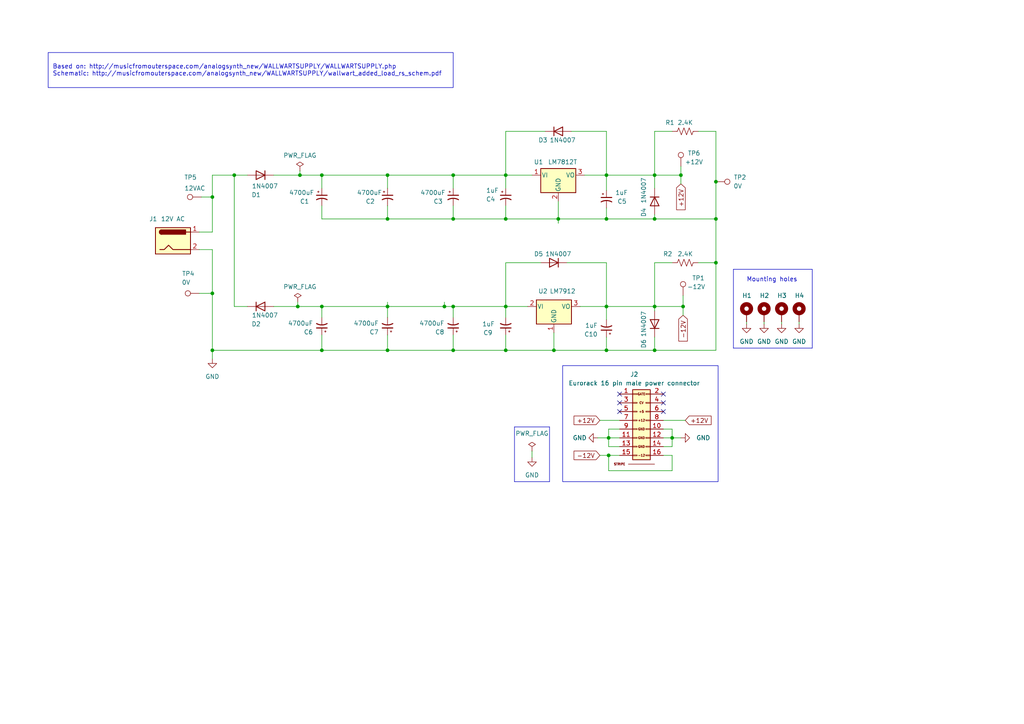
<source format=kicad_sch>
(kicad_sch (version 20230121) (generator eeschema)
  (paper "A4")
  (lib_symbols
    (symbol "Connector:Jack-DC" (pin_names (offset 1.016))
      (property "Reference" "J" (at 0 5.334 0))
      (property "Value" "Jack-DC" (at 0 -5.08 0))
      (symbol "Jack-DC_0_1"
        (rectangle (start -5.08 3.81) (end 5.08 -3.81) (stroke (width 0.254)) (fill (type background)))
        (arc (start -3.302 3.175) (mid -3.9343 2.54) (end -3.302 1.905) (stroke (width 0.254)))
        (arc (start -3.302 3.175) (mid -3.9343 2.54) (end -3.302 1.905) (stroke (width 0.254)) (fill (type outline)))
        (polyline (pts (xy 5.08 2.54) (xy 3.81 2.54)) (stroke (width 0.254)))
        (polyline (pts (xy -3.81 -2.54) (xy -2.54 -2.54) (xy -1.27 -1.27) (xy 0 -2.54) (xy 2.54 -2.54) (xy 5.08 -2.54)) (stroke (width 0.254)))
        (rectangle (start 3.683 3.175) (end -3.302 1.905) (stroke (width 0.254)) (fill (type outline)))
      )
      (symbol "Jack-DC_1_1"
        (pin passive line (at 7.62 2.54 180) (length 2.54) (name "~") (number "1"))
        (pin passive line (at 7.62 -2.54 180) (length 2.54) (name "~") (number "2"))
      )
    )
    (symbol "Connector:TestPoint" (pin_numbers hide) (pin_names (offset 0.762) hide)
      (property "Reference" "TP" (at 0 6.858 0))
      (property "Value" "TestPoint" (at 0 5.08 0))
      (symbol "TestPoint_0_1"
        (circle (center 0 3.302) (radius 0.762))
      )
      (symbol "TestPoint_1_1"
        (pin passive line (at 0 0 90) (length 2.54) (name "1") (number "1"))
      )
    )
    (symbol "Device:C_Polarized_Small_US" (pin_numbers hide) (pin_names (offset 0.254) hide)
      (property "Reference" "C" (at 0.254 1.778 0))
      (property "Value" "C_Polarized_Small_US" (at 0.254 -2.032 0))
      (symbol "C_Polarized_Small_US_0_1"
        (polyline (pts (xy -1.524 0.508) (xy 1.524 0.508)) (stroke (width 0.3048)))
        (polyline (pts (xy -1.27 1.524) (xy -0.762 1.524)))
        (polyline (pts (xy -1.016 1.27) (xy -1.016 1.778)))
        (arc (start 1.524 -0.762) (mid 0 -0.3734) (end -1.524 -0.762) (stroke (width 0.3048)))
      )
      (symbol "C_Polarized_Small_US_1_1"
        (pin passive line (at 0 2.54 270) (length 2.032) (name "~") (number "1"))
        (pin passive line (at 0 -2.54 90) (length 2.032) (name "~") (number "2"))
      )
    )
    (symbol "Device:R_US" (pin_numbers hide) (pin_names (offset 0))
      (property "Reference" "R" (at 2.54 0 90))
      (property "Value" "R_US" (at -2.54 0 90))
      (symbol "R_US_0_1"
        (polyline (pts (xy 0 -2.286) (xy 0 -2.54)))
        (polyline (pts (xy 0 2.286) (xy 0 2.54)))
        (polyline (pts (xy 0 -0.762) (xy 1.016 -1.143) (xy 0 -1.524) (xy -1.016 -1.905) (xy 0 -2.286)))
        (polyline (pts (xy 0 0.762) (xy 1.016 0.381) (xy 0 0) (xy -1.016 -0.381) (xy 0 -0.762)))
        (polyline (pts (xy 0 2.286) (xy 1.016 1.905) (xy 0 1.524) (xy -1.016 1.143) (xy 0 0.762)))
      )
      (symbol "R_US_1_1"
        (pin passive line (at 0 3.81 270) (length 1.27) (name "~") (number "1"))
        (pin passive line (at 0 -3.81 90) (length 1.27) (name "~") (number "2"))
      )
    )
    (symbol "Diode:1N4004" (pin_numbers hide) (pin_names hide)
      (property "Reference" "D" (at 0 2.54 0))
      (property "Value" "1N4004" (at 0 -2.54 0))
      (symbol "1N4004_0_1"
        (polyline (pts (xy -1.27 1.27) (xy -1.27 -1.27)) (stroke (width 0.254)))
        (polyline (pts (xy 1.27 0) (xy -1.27 0)))
        (polyline (pts (xy 1.27 1.27) (xy 1.27 -1.27) (xy -1.27 0) (xy 1.27 1.27)) (stroke (width 0.254)))
      )
      (symbol "1N4004_1_1"
        (pin passive line (at -3.81 0 0) (length 2.54) (name "K") (number "1"))
        (pin passive line (at 3.81 0 180) (length 2.54) (name "A") (number "2"))
      )
    )
    (symbol "Mechanical:MountingHole_Pad" (pin_numbers hide) (pin_names (offset 1.016) hide)
      (property "Reference" "H" (at 0 6.35 0))
      (property "Value" "MountingHole_Pad" (at 0 4.445 0))
      (symbol "MountingHole_Pad_0_1"
        (circle (center 0 1.27) (radius 1.27) (stroke (width 1.27)))
      )
      (symbol "MountingHole_Pad_1_1"
        (pin input line (at 0 -2.54 90) (length 2.54) (name "1") (number "1"))
      )
    )
    (symbol "PCM_4ms_Connector:Eurorack_Power_16pin_Shrouded" (pin_names (offset 0.0254) hide)
      (property "Reference" "J" (at 0 11.43 0))
      (property "Value" "Eurorack_Power_16pin_Shrouded" (at 0 13.97 0))
      (symbol "Eurorack_Power_16pin_Shrouded_0_0"
        (text "+12" (at 0 1.27 0) (effects (font (size 0.635 0.635))))
        (text "+5" (at 0 3.81 0) (effects (font (size 0.635 0.635))))
        (text "-12" (at 0 -8.89 0) (effects (font (size 0.635 0.635))))
        (text "CV" (at 0 6.35 0) (effects (font (size 0.635 0.635))))
        (text "GATE" (at 0 8.89 0) (effects (font (size 0.635 0.635))))
        (text "GND" (at 0 -6.35 0) (effects (font (size 0.635 0.635))))
        (text "GND" (at 0 -3.81 0) (effects (font (size 0.635 0.635))))
        (text "GND" (at 0 -1.27 0) (effects (font (size 0.635 0.635))))
        (text "STRIPE" (at -6.35 -11.43 0) (effects (font (size 0.635 0.635))))
      )
      (symbol "Eurorack_Power_16pin_Shrouded_0_1"
        (rectangle (start -2.54 -8.763) (end -1.27 -9.017))
        (rectangle (start -2.54 -6.223) (end -1.27 -6.477))
        (rectangle (start -2.54 -3.683) (end -1.27 -3.937))
        (rectangle (start -2.54 -1.143) (end -1.27 -1.397))
        (rectangle (start -2.54 1.397) (end -1.27 1.143))
        (rectangle (start -2.54 3.937) (end -1.27 3.683))
        (rectangle (start -2.54 6.477) (end -1.27 6.223))
        (rectangle (start -2.54 9.017) (end -1.27 8.763))
        (rectangle (start -2.54 10.16) (end 2.54 -10.16) (stroke (width 0.254)) (fill (type background)))
        (polyline (pts (xy -3.81 -11.43) (xy 3.81 -11.43) (xy 1.27 -11.43)))
        (rectangle (start 1.27 -8.763) (end 2.54 -9.017))
        (rectangle (start 1.27 -6.223) (end 2.54 -6.477))
        (rectangle (start 1.27 -3.683) (end 2.54 -3.937))
        (rectangle (start 1.27 -1.143) (end 2.54 -1.397))
        (rectangle (start 1.27 1.397) (end 2.54 1.143))
        (rectangle (start 1.27 3.937) (end 2.54 3.683))
        (rectangle (start 1.27 6.477) (end 2.54 6.223))
        (rectangle (start 1.27 9.017) (end 2.54 8.763))
      )
      (symbol "Eurorack_Power_16pin_Shrouded_1_1"
        (pin passive line (at -6.35 8.89 0) (length 3.81) (name "P1") (number "1"))
        (pin passive line (at 6.35 -1.27 180) (length 3.81) (name "GND") (number "10"))
        (pin passive line (at -6.35 -3.81 0) (length 3.81) (name "GND") (number "11"))
        (pin passive line (at 6.35 -3.81 180) (length 3.81) (name "GND") (number "12"))
        (pin passive line (at -6.35 -6.35 0) (length 3.81) (name "-12") (number "13"))
        (pin passive line (at 6.35 -6.35 180) (length 3.81) (name "-12V") (number "14"))
        (pin passive line (at -6.35 -8.89 0) (length 3.81) (name "-12V") (number "15"))
        (pin passive line (at 6.35 -8.89 180) (length 3.81) (name "P16") (number "16"))
        (pin passive line (at 6.35 8.89 180) (length 3.81) (name "P2") (number "2"))
        (pin passive line (at -6.35 6.35 0) (length 3.81) (name "P3") (number "3"))
        (pin passive line (at 6.35 6.35 180) (length 3.81) (name "P4") (number "4"))
        (pin passive line (at -6.35 3.81 0) (length 3.81) (name "+12V") (number "5"))
        (pin passive line (at 6.35 3.81 180) (length 3.81) (name "P6") (number "6"))
        (pin passive line (at -6.35 1.27 0) (length 3.81) (name "12V") (number "7"))
        (pin passive line (at 6.35 1.27 180) (length 3.81) (name "+12V") (number "8"))
        (pin passive line (at -6.35 -1.27 0) (length 3.81) (name "GND") (number "9"))
      )
    )
    (symbol "PCM_4ms_Power-symbol:PWR_FLAG" (power) (pin_numbers hide) (pin_names (offset 0) hide)
      (property "Value" "PWR_FLAG" (at 0 3.81 0))
      (symbol "PWR_FLAG_0_0"
        (pin power_out line (at 0 0 90) (length 0) (name "pwr") (number "1"))
      )
      (symbol "PWR_FLAG_0_1"
        (polyline (pts (xy 0 0) (xy 0 1.27) (xy -1.016 1.905) (xy 0 2.54) (xy 1.016 1.905) (xy 0 1.27)))
      )
    )
    (symbol "Regulator_Linear:LM7812_TO220" (pin_names (offset 0.254))
      (property "Reference" "U" (at -3.81 3.175 0))
      (property "Value" "LM7812_TO220" (at 0 3.175 0))
      (symbol "LM7812_TO220_0_1"
        (rectangle (start -5.08 1.905) (end 5.08 -5.08) (stroke (width 0.254)) (fill (type background)))
      )
      (symbol "LM7812_TO220_1_1"
        (pin power_in line (at -7.62 0 0) (length 2.54) (name "VI") (number "1"))
        (pin power_in line (at 0 -7.62 90) (length 2.54) (name "GND") (number "2"))
        (pin power_out line (at 7.62 0 180) (length 2.54) (name "VO") (number "3"))
      )
    )
    (symbol "Regulator_Linear:LM7912_TO220" (pin_names (offset 0.254))
      (property "Reference" "U" (at -3.81 -3.175 0))
      (property "Value" "LM7912_TO220" (at 0 -3.175 0))
      (symbol "LM7912_TO220_0_1"
        (rectangle (start -5.08 5.08) (end 5.08 -1.905) (stroke (width 0.254)) (fill (type background)))
      )
      (symbol "LM7912_TO220_1_1"
        (pin power_in line (at 0 7.62 270) (length 2.54) (name "GND") (number "1"))
        (pin power_in line (at -7.62 0 0) (length 2.54) (name "VI") (number "2"))
        (pin power_out line (at 7.62 0 180) (length 2.54) (name "VO") (number "3"))
      )
    )
    (symbol "power:GND" (power) (pin_names (offset 0))
      (property "Value" "GND" (at 0 -3.81 0))
      (symbol "GND_0_1"
        (polyline (pts (xy 0 0) (xy 0 -1.27) (xy 1.27 -1.27) (xy 0 -2.54) (xy -1.27 -1.27) (xy 0 -1.27)))
      )
      (symbol "GND_1_1"
        (pin power_in line (at 0 0 270) (length 0) hide (name "GND") (number "1"))
      )
    )
  )
  (junction (at 86.995 50.8))
  (junction (at 146.685 63.5))
  (junction (at 189.865 101.6))
  (junction (at 207.645 63.5))
  (junction (at 198.12 88.9))
  (junction (at 112.395 88.9))
  (junction (at 176.53 127))
  (junction (at 93.345 101.6))
  (junction (at 86.36 88.9))
  (junction (at 112.395 63.5))
  (junction (at 189.865 63.5))
  (junction (at 207.645 76.2))
  (junction (at 131.445 88.9))
  (junction (at 131.445 50.8))
  (junction (at 93.345 50.8))
  (junction (at 189.865 50.8))
  (junction (at 175.895 50.8))
  (junction (at 112.395 101.6))
  (junction (at 146.685 101.6))
  (junction (at 189.865 88.9))
  (junction (at 61.595 57.15))
  (junction (at 197.485 50.8))
  (junction (at 160.655 101.6))
  (junction (at 175.895 63.5))
  (junction (at 146.685 88.9))
  (junction (at 161.925 63.5))
  (junction (at 175.895 88.9))
  (junction (at 194.945 127))
  (junction (at 146.685 50.8))
  (junction (at 61.595 101.6))
  (junction (at 128.905 88.9))
  (junction (at 131.445 101.6))
  (junction (at 207.645 52.705))
  (junction (at 112.395 50.8))
  (junction (at 175.895 101.6))
  (junction (at 131.445 63.5))
  (junction (at 93.345 88.9))
  (junction (at 67.945 50.8))
  (junction (at 176.53 132.08))
  (junction (at 61.595 85.09))
  (no_connect (at 192.405 119.38))
  (no_connect (at 179.705 114.3))
  (no_connect (at 192.405 116.84))
  (no_connect (at 179.705 119.38))
  (no_connect (at 192.405 114.3))
  (no_connect (at 179.705 116.84))
  (wire (pts (xy 93.345 88.9) (xy 112.395 88.9)))
  (wire (pts (xy 112.395 59.69) (xy 112.395 63.5)))
  (wire (pts (xy 175.895 88.9) (xy 189.865 88.9)))
  (wire (pts (xy 189.865 62.23) (xy 189.865 63.5)))
  (wire (pts (xy 112.395 50.8) (xy 131.445 50.8)))
  (wire (pts (xy 160.655 96.52) (xy 160.655 101.6)))
  (wire (pts (xy 194.945 136.525) (xy 176.53 136.525)))
  (wire (pts (xy 175.895 92.71) (xy 175.895 88.9)))
  (wire (pts (xy 112.395 63.5) (xy 93.345 63.5)))
  (polyline (pts (xy 159.385 123.825) (xy 159.385 139.7)))
  (wire (pts (xy 86.995 50.8) (xy 93.345 50.8)))
  (wire (pts (xy 61.595 104.14) (xy 61.595 101.6)))
  (wire (pts (xy 160.655 101.6) (xy 175.895 101.6)))
  (wire (pts (xy 112.395 97.155) (xy 112.395 101.6)))
  (wire (pts (xy 86.36 87.63) (xy 86.36 88.9)))
  (wire (pts (xy 112.395 63.5) (xy 131.445 63.5)))
  (polyline (pts (xy 212.725 78.105) (xy 212.725 100.965)))
  (wire (pts (xy 194.945 76.2) (xy 189.865 76.2)))
  (wire (pts (xy 146.685 59.69) (xy 146.685 63.5)))
  (polyline (pts (xy 212.725 78.105) (xy 235.585 78.105)))
  (wire (pts (xy 79.375 88.9) (xy 86.36 88.9)))
  (wire (pts (xy 198.12 88.9) (xy 198.12 91.44)))
  (wire (pts (xy 189.865 63.5) (xy 175.895 63.5)))
  (wire (pts (xy 197.485 50.8) (xy 189.865 50.8)))
  (wire (pts (xy 197.485 48.26) (xy 197.485 50.8)))
  (wire (pts (xy 202.565 38.1) (xy 207.645 38.1)))
  (wire (pts (xy 189.865 54.61) (xy 189.865 50.8)))
  (wire (pts (xy 189.865 101.6) (xy 207.645 101.6)))
  (wire (pts (xy 175.895 60.325) (xy 175.895 63.5)))
  (wire (pts (xy 198.12 88.9) (xy 189.865 88.9)))
  (wire (pts (xy 86.36 88.9) (xy 93.345 88.9)))
  (wire (pts (xy 146.685 97.155) (xy 146.685 101.6)))
  (wire (pts (xy 226.695 93.345) (xy 226.695 93.98)))
  (wire (pts (xy 86.995 49.53) (xy 86.995 50.8)))
  (wire (pts (xy 67.945 88.9) (xy 71.755 88.9)))
  (wire (pts (xy 207.645 52.705) (xy 207.645 63.5)))
  (wire (pts (xy 161.925 63.5) (xy 175.895 63.5)))
  (wire (pts (xy 131.445 50.8) (xy 146.685 50.8)))
  (wire (pts (xy 79.375 50.8) (xy 86.995 50.8)))
  (wire (pts (xy 131.445 50.8) (xy 131.445 54.61)))
  (wire (pts (xy 194.945 132.08) (xy 194.945 136.525)))
  (wire (pts (xy 61.595 50.8) (xy 61.595 57.15)))
  (wire (pts (xy 189.865 63.5) (xy 207.645 63.5)))
  (wire (pts (xy 112.395 88.9) (xy 112.395 92.075)))
  (wire (pts (xy 175.895 50.8) (xy 175.895 55.245)))
  (wire (pts (xy 146.685 50.8) (xy 146.685 54.61)))
  (wire (pts (xy 221.615 93.345) (xy 221.615 93.98)))
  (wire (pts (xy 112.395 101.6) (xy 131.445 101.6)))
  (wire (pts (xy 112.395 50.8) (xy 112.395 54.61)))
  (wire (pts (xy 61.595 85.09) (xy 61.595 101.6)))
  (wire (pts (xy 192.405 132.08) (xy 194.945 132.08)))
  (wire (pts (xy 61.595 101.6) (xy 93.345 101.6)))
  (wire (pts (xy 176.53 127) (xy 179.705 127)))
  (wire (pts (xy 175.895 38.1) (xy 175.895 50.8)))
  (wire (pts (xy 176.53 124.46) (xy 176.53 127)))
  (wire (pts (xy 112.395 88.9) (xy 128.905 88.9)))
  (wire (pts (xy 197.485 50.8) (xy 197.485 53.34)))
  (wire (pts (xy 67.945 50.8) (xy 67.945 88.9)))
  (polyline (pts (xy 149.225 123.825) (xy 149.225 139.7)))
  (wire (pts (xy 175.895 50.8) (xy 189.865 50.8)))
  (wire (pts (xy 131.445 88.9) (xy 128.905 88.9)))
  (wire (pts (xy 146.685 63.5) (xy 161.925 63.5)))
  (wire (pts (xy 146.685 88.9) (xy 146.685 92.075)))
  (wire (pts (xy 175.895 97.79) (xy 175.895 101.6)))
  (polyline (pts (xy 235.585 100.965) (xy 212.725 100.965)))
  (wire (pts (xy 207.645 38.1) (xy 207.645 52.705)))
  (wire (pts (xy 173.99 132.08) (xy 176.53 132.08)))
  (wire (pts (xy 175.895 76.2) (xy 175.895 88.9)))
  (wire (pts (xy 131.445 88.9) (xy 131.445 92.075)))
  (wire (pts (xy 189.865 90.17) (xy 189.865 88.9)))
  (wire (pts (xy 61.595 72.39) (xy 61.595 85.09)))
  (wire (pts (xy 176.53 132.08) (xy 179.705 132.08)))
  (wire (pts (xy 61.595 57.15) (xy 61.595 67.31)))
  (wire (pts (xy 146.685 50.8) (xy 154.305 50.8)))
  (wire (pts (xy 189.865 76.2) (xy 189.865 88.9)))
  (wire (pts (xy 57.785 72.39) (xy 61.595 72.39)))
  (wire (pts (xy 175.895 101.6) (xy 189.865 101.6)))
  (wire (pts (xy 176.53 129.54) (xy 179.705 129.54)))
  (wire (pts (xy 128.905 88.9) (xy 128.905 87.63)))
  (wire (pts (xy 176.53 127) (xy 176.53 129.54)))
  (wire (pts (xy 164.465 76.2) (xy 175.895 76.2)))
  (wire (pts (xy 93.345 88.9) (xy 93.345 92.075)))
  (wire (pts (xy 93.345 101.6) (xy 112.395 101.6)))
  (wire (pts (xy 169.545 50.8) (xy 175.895 50.8)))
  (wire (pts (xy 192.405 127) (xy 194.945 127)))
  (wire (pts (xy 192.405 124.46) (xy 194.945 124.46)))
  (wire (pts (xy 189.865 38.1) (xy 189.865 50.8)))
  (wire (pts (xy 189.865 97.79) (xy 189.865 101.6)))
  (wire (pts (xy 156.845 76.2) (xy 146.685 76.2)))
  (wire (pts (xy 168.275 88.9) (xy 175.895 88.9)))
  (wire (pts (xy 57.785 67.31) (xy 61.595 67.31)))
  (wire (pts (xy 146.685 88.9) (xy 153.035 88.9)))
  (wire (pts (xy 131.445 88.9) (xy 146.685 88.9)))
  (wire (pts (xy 216.535 93.345) (xy 216.535 93.98)))
  (wire (pts (xy 154.305 130.81) (xy 154.305 132.715)))
  (wire (pts (xy 146.685 38.1) (xy 158.115 38.1)))
  (wire (pts (xy 198.12 85.725) (xy 198.12 88.9)))
  (wire (pts (xy 93.345 50.8) (xy 93.345 54.61)))
  (wire (pts (xy 161.925 63.5) (xy 161.925 64.77)))
  (wire (pts (xy 194.945 127) (xy 194.945 129.54)))
  (wire (pts (xy 176.53 136.525) (xy 176.53 132.08)))
  (polyline (pts (xy 159.385 139.7) (xy 149.225 139.7)))
  (wire (pts (xy 202.565 76.2) (xy 207.645 76.2)))
  (wire (pts (xy 93.345 50.8) (xy 112.395 50.8)))
  (polyline (pts (xy 235.585 78.105) (xy 235.585 100.965)))
  (wire (pts (xy 165.735 38.1) (xy 175.895 38.1)))
  (wire (pts (xy 207.645 63.5) (xy 207.645 76.2)))
  (wire (pts (xy 112.395 88.9) (xy 112.395 87.63)))
  (wire (pts (xy 146.685 50.8) (xy 146.685 38.1)))
  (wire (pts (xy 58.42 57.15) (xy 61.595 57.15)))
  (wire (pts (xy 192.405 129.54) (xy 194.945 129.54)))
  (wire (pts (xy 57.785 85.09) (xy 61.595 85.09)))
  (wire (pts (xy 194.945 127) (xy 197.485 127)))
  (wire (pts (xy 131.445 97.155) (xy 131.445 101.6)))
  (wire (pts (xy 173.99 121.92) (xy 179.705 121.92)))
  (wire (pts (xy 146.685 76.2) (xy 146.685 88.9)))
  (wire (pts (xy 146.685 63.5) (xy 131.445 63.5)))
  (wire (pts (xy 67.945 50.8) (xy 71.755 50.8)))
  (wire (pts (xy 194.945 124.46) (xy 194.945 127)))
  (wire (pts (xy 179.705 124.46) (xy 176.53 124.46)))
  (wire (pts (xy 146.685 101.6) (xy 160.655 101.6)))
  (wire (pts (xy 131.445 59.69) (xy 131.445 63.5)))
  (wire (pts (xy 161.925 58.42) (xy 161.925 63.5)))
  (wire (pts (xy 131.445 101.6) (xy 146.685 101.6)))
  (wire (pts (xy 192.405 121.92) (xy 198.755 121.92)))
  (wire (pts (xy 194.945 38.1) (xy 189.865 38.1)))
  (polyline (pts (xy 149.225 123.825) (xy 159.385 123.825)))
  (wire (pts (xy 93.345 59.69) (xy 93.345 63.5)))
  (wire (pts (xy 173.355 127) (xy 176.53 127)))
  (wire (pts (xy 207.645 76.2) (xy 207.645 101.6)))
  (wire (pts (xy 93.345 97.155) (xy 93.345 101.6)))
  (wire (pts (xy 61.595 50.8) (xy 67.945 50.8)))
  (wire (pts (xy 231.775 93.345) (xy 231.775 93.98)))
  (rectangle (start 163.195 106.045) (end 208.28 139.7))
  (rectangle (start 13.97 15.24) (end 131.445 25.4))
  (text "Based on: http://musicfromouterspace.com/analogsynth_new/WALLWARTSUPPLY/WALLWARTSUPPLY.php\nSchematic: http://musicfromouterspace.com/analogsynth_new/WALLWARTSUPPLY/wallwart_added_load_rs_schem.pdf" (at 15.24 22.225 0) (effects (font (size 1.27 1.27)) (justify left bottom)))
  (text "Mounting holes" (at 216.535 81.915 0) (effects (font (size 1.27 1.27)) (justify left bottom)))
  (global_label "+12V" (shape input) (at 198.755 121.92 0) (property "Intersheetrefs" "${INTERSHEET_REFS}" (effects hide)))
  (global_label "-12V" (shape input) (at 173.99 132.08 180) (property "Intersheetrefs" "${INTERSHEET_REFS}" (effects hide)))
  (global_label "+12V" (shape input) (at 173.99 121.92 180) (property "Intersheetrefs" "${INTERSHEET_REFS}" (effects hide)))
  (global_label "+12V" (shape input) (at 197.485 53.34 270) (property "Intersheetrefs" "${INTERSHEET_REFS}" (effects hide)))
  (global_label "-12V" (shape input) (at 198.12 91.44 270) (property "Intersheetrefs" "${INTERSHEET_REFS}" (effects hide)))
  (symbol (lib_id "power:GND") (at 216.535 93.98 0) (unit 1)
    (property "Reference" "#PWR03" (effects hide))
    (property "Value" "GND" (at 216.535 99.06 0))
  )
  (symbol (lib_id "power:GND") (at 61.595 104.14 0) (unit 1)
    (property "Reference" "#PWR01" (effects hide))
    (property "Value" "GND" (at 61.595 109.22 0))
  )
  (symbol (lib_id "Device:C_Polarized_Small_US") (at 175.895 95.25 180) (unit 1)
    (property "Reference" "C10" (at 173.355 96.9518 0) (effects (justify left)))
    (property "Value" "1uF" (at 173.355 94.4118 0) (effects (justify left)))
    (property "Footprint" "Capacitor_THT:C_Disc_D7.5mm_W5.0mm_P5.00mm" (effects hide))
  )
  (symbol (lib_id "Connector:TestPoint") (at 197.485 48.26 0) (unit 1)
    (property "Reference" "TP6" (at 201.295 44.45 0))
    (property "Value" "+12V" (at 201.295 46.99 0))
    (property "Footprint" "4ms_TestPoint:TestPoint_Pad_04" (effects hide))
  )
  (symbol (lib_id "PCM_4ms_Connector:Eurorack_Power_16pin_Shrouded") (at 186.055 123.19 0) (unit 1)
    (property "Reference" "J2" (at 183.9582 108.585 0))
    (property "Value" "Eurorack 16 pin male power connector" (at 183.9582 111.125 0))
    (property "Footprint" "4ms_Connector:Pins_2x08_2.54mm_TH_EuroPower_Shrouded" (effects hide))
    (property "Specifications" "Header, Male Pins, 2*8, spacing 2.54mm, straight pin, shrouded and keyed" (effects hide))
    (property "Manufacturer" "Cixi LanLing" (effects hide))
    (property "Part Number" "LL1007-1 (2*8 HITEMP)" (effects hide))
  )
  (symbol (lib_id "Device:C_Polarized_Small_US") (at 146.685 94.615 180) (unit 1)
    (property "Reference" "C9" (at 142.875 96.52 0) (effects (justify left)))
    (property "Value" "1uF" (at 143.51 93.98 0) (effects (justify left)))
    (property "Footprint" "Capacitor_THT:C_Disc_D7.5mm_W5.0mm_P5.00mm" (effects hide))
  )
  (symbol (lib_id "Mechanical:MountingHole_Pad") (at 221.615 90.805 0) (unit 1)
    (property "Reference" "H2" (at 220.345 85.725 0) (effects (justify left)))
    (property "Value" "MountingHole_Pad" (effects hide))
    (property "Footprint" "MountingHole:MountingHole_3.2mm_M3_DIN965_Pad" (effects hide))
  )
  (symbol (lib_id "Device:C_Polarized_Small_US") (at 131.445 57.15 0) (unit 1)
    (property "Reference" "C3" (at 125.73 58.42 0) (effects (justify left)))
    (property "Value" "4700uF" (at 121.92 55.88 0) (effects (justify left)))
    (property "Footprint" "Capacitor_THT:CP_Radial_D16.0mm_P7.50mm" (effects hide))
  )
  (symbol (lib_id "Device:R_US") (at 198.755 38.1 90) (unit 1)
    (property "Reference" "R1" (at 194.31 35.56 90))
    (property "Value" "2.4K" (at 198.755 35.56 90))
    (property "Footprint" "Resistor_THT:R_Box_L14.0mm_W5.0mm_P9.00mm" (effects hide))
  )
  (symbol (lib_id "Device:C_Polarized_Small_US") (at 93.345 94.615 180) (unit 1)
    (property "Reference" "C6" (at 90.805 96.3168 0) (effects (justify left)))
    (property "Value" "4700uF" (at 90.805 93.7768 0) (effects (justify left)))
    (property "Footprint" "Capacitor_THT:CP_Radial_D16.0mm_P7.50mm" (effects hide))
  )
  (symbol (lib_id "PCM_4ms_Power-symbol:PWR_FLAG") (at 154.305 130.81 0) (unit 1)
    (property "Reference" "#FLG02" (effects hide))
    (property "Value" "PWR_FLAG" (at 154.305 125.73 0))
  )
  (symbol (lib_id "power:GND") (at 154.305 132.715 0) (unit 1)
    (property "Reference" "#PWR02" (effects hide))
    (property "Value" "GND" (at 154.305 137.795 0))
  )
  (symbol (lib_id "Connector:Jack-DC") (at 50.165 69.85 0) (unit 1)
    (property "Reference" "J1" (at 44.45 63.5 0))
    (property "Value" "12V AC" (at 50.165 63.5 0))
    (property "Footprint" "Connector_BarrelJack:BarrelJack_CUI_PJ-102AH_Horizontal" (effects hide))
  )
  (symbol (lib_id "Diode:1N4004") (at 161.925 38.1 0) (unit 1)
    (property "Reference" "D3" (at 157.48 40.64 0))
    (property "Value" "1N4007" (at 163.195 40.64 0))
    (property "Footprint" "Diode_THT:D_DO-41_SOD81_P10.16mm_Horizontal" (effects hide))
    (property "Datasheet" "http://www.vishay.com/docs/88503/1n4001.pdf" (effects hide))
    (property "Sim.Device" "D" (effects hide))
    (property "Sim.Pins" "1=K 2=A" (effects hide))
  )
  (symbol (lib_id "Diode:1N4004") (at 189.865 58.42 270) (unit 1)
    (property "Reference" "D4" (at 186.69 61.595 0))
    (property "Value" "1N4007" (at 186.69 55.245 0))
    (property "Footprint" "Diode_THT:D_DO-41_SOD81_P10.16mm_Horizontal" (effects hide))
    (property "Datasheet" "http://www.vishay.com/docs/88503/1n4001.pdf" (effects hide))
    (property "Sim.Device" "D" (effects hide))
    (property "Sim.Pins" "1=K 2=A" (effects hide))
  )
  (symbol (lib_id "power:GND") (at 226.695 93.98 0) (unit 1)
    (property "Reference" "#PWR05" (effects hide))
    (property "Value" "GND" (at 226.695 99.06 0))
  )
  (symbol (lib_id "power:GND") (at 231.775 93.98 0) (unit 1)
    (property "Reference" "#PWR06" (effects hide))
    (property "Value" "GND" (at 231.775 99.06 0))
  )
  (symbol (lib_id "Connector:TestPoint") (at 198.12 85.725 0) (unit 1)
    (property "Reference" "TP1" (at 202.565 80.645 0))
    (property "Value" "-12V" (at 201.93 83.185 0))
    (property "Footprint" "4ms_TestPoint:TestPoint_Pad_04" (effects hide))
  )
  (symbol (lib_id "Device:C_Polarized_Small_US") (at 112.395 57.15 0) (unit 1)
    (property "Reference" "C2" (at 106.045 58.42 0) (effects (justify left)))
    (property "Value" "4700uF" (at 103.505 55.88 0) (effects (justify left)))
    (property "Footprint" "Capacitor_THT:CP_Radial_D16.0mm_P7.50mm" (effects hide))
  )
  (symbol (lib_id "power:GND") (at 221.615 93.98 0) (unit 1)
    (property "Reference" "#PWR04" (effects hide))
    (property "Value" "GND" (at 221.615 99.06 0))
  )
  (symbol (lib_id "Mechanical:MountingHole_Pad") (at 226.695 90.805 0) (unit 1)
    (property "Reference" "H3" (at 225.425 85.725 0) (effects (justify left)))
    (property "Value" "MountingHole_Pad" (effects hide))
    (property "Footprint" "MountingHole:MountingHole_3.2mm_M3_DIN965_Pad" (effects hide))
  )
  (symbol (lib_id "Device:R_US") (at 198.755 76.2 90) (unit 1)
    (property "Reference" "R2" (at 193.675 73.66 90))
    (property "Value" "2.4K" (at 198.755 73.66 90))
    (property "Footprint" "Resistor_THT:R_Box_L14.0mm_W5.0mm_P9.00mm" (effects hide))
  )
  (symbol (lib_id "Device:C_Polarized_Small_US") (at 131.445 94.615 180) (unit 1)
    (property "Reference" "C8" (at 128.905 96.3168 0) (effects (justify left)))
    (property "Value" "4700uF" (at 128.905 93.7768 0) (effects (justify left)))
    (property "Footprint" "Capacitor_THT:CP_Radial_D16.0mm_P7.50mm" (effects hide))
  )
  (symbol (lib_id "Diode:1N4004") (at 75.565 50.8 180) (unit 1)
    (property "Reference" "D1" (at 74.295 56.515 0))
    (property "Value" "1N4007" (at 76.835 53.975 0))
    (property "Footprint" "4ms_Diode:D_DO-35_P7.62mm_Horizontal" (effects hide))
    (property "Datasheet" "http://www.vishay.com/docs/88503/1n4001.pdf" (effects hide))
    (property "Sim.Device" "D" (effects hide))
    (property "Sim.Pins" "1=K 2=A" (effects hide))
  )
  (symbol (lib_id "Device:C_Polarized_Small_US") (at 175.895 57.785 0) (unit 1)
    (property "Reference" "C5" (at 179.07 58.42 0) (effects (justify left)))
    (property "Value" "1uF" (at 178.435 55.88 0) (effects (justify left)))
    (property "Footprint" "Capacitor_THT:C_Disc_D7.5mm_W5.0mm_P5.00mm" (effects hide))
  )
  (symbol (lib_id "Diode:1N4004") (at 75.565 88.9 0) (unit 1)
    (property "Reference" "D2" (at 74.295 93.98 0))
    (property "Value" "1N4007" (at 76.835 91.44 0))
    (property "Footprint" "Diode_THT:D_DO-41_SOD81_P10.16mm_Horizontal" (effects hide))
    (property "Datasheet" "http://www.vishay.com/docs/88503/1n4001.pdf" (effects hide))
    (property "Sim.Device" "D" (effects hide))
    (property "Sim.Pins" "1=K 2=A" (effects hide))
  )
  (symbol (lib_id "Device:C_Polarized_Small_US") (at 93.345 57.15 0) (unit 1)
    (property "Reference" "C1" (at 86.995 58.42 0) (effects (justify left)))
    (property "Value" "4700uF" (at 83.82 55.88 0) (effects (justify left)))
    (property "Footprint" "Capacitor_THT:CP_Radial_D16.0mm_P7.50mm" (effects hide))
  )
  (symbol (lib_id "Diode:1N4004") (at 160.655 76.2 180) (unit 1)
    (property "Reference" "D5" (at 156.21 73.66 0))
    (property "Value" "1N4007" (at 161.925 73.66 0))
    (property "Footprint" "Diode_THT:D_DO-41_SOD81_P10.16mm_Horizontal" (effects hide))
    (property "Datasheet" "http://www.vishay.com/docs/88503/1n4001.pdf" (effects hide))
    (property "Sim.Device" "D" (effects hide))
    (property "Sim.Pins" "1=K 2=A" (effects hide))
  )
  (symbol (lib_id "Connector:TestPoint") (at 207.645 52.705 270) (unit 1)
    (property "Reference" "TP2" (at 214.63 51.435 90))
    (property "Value" "0V" (at 213.995 53.975 90))
    (property "Footprint" "4ms_TestPoint:TestPoint_Pad_04" (effects hide))
  )
  (symbol (lib_id "Connector:TestPoint") (at 57.785 85.09 90) (unit 1)
    (property "Reference" "TP4" (at 54.61 79.375 90))
    (property "Value" "0V" (at 53.975 81.915 90))
    (property "Footprint" "4ms_TestPoint:TestPoint_Pad_04" (effects hide))
  )
  (symbol (lib_id "Connector:TestPoint") (at 58.42 57.15 90) (unit 1)
    (property "Reference" "TP5" (at 55.245 51.435 90))
    (property "Value" "12VAC" (at 56.515 54.61 90))
    (property "Footprint" "4ms_TestPoint:TestPoint_Pad_04" (effects hide))
  )
  (symbol (lib_id "Mechanical:MountingHole_Pad") (at 216.535 90.805 0) (unit 1)
    (property "Reference" "H1" (at 215.265 85.725 0) (effects (justify left)))
    (property "Value" "MountingHole_Pad" (effects hide))
    (property "Footprint" "MountingHole:MountingHole_3.2mm_M3_DIN965_Pad" (effects hide))
  )
  (symbol (lib_id "power:GND") (at 197.485 127 90) (unit 1)
    (property "Reference" "#PWR08" (effects hide))
    (property "Value" "GND" (at 201.93 127 90) (effects (justify right)))
  )
  (symbol (lib_id "Mechanical:MountingHole_Pad") (at 231.775 90.805 0) (unit 1)
    (property "Reference" "H4" (at 230.505 85.725 0) (effects (justify left)))
    (property "Value" "MountingHole_Pad" (effects hide))
    (property "Footprint" "MountingHole:MountingHole_3.2mm_M3_DIN965_Pad" (effects hide))
  )
  (symbol (lib_id "Device:C_Polarized_Small_US") (at 112.395 94.615 180) (unit 1)
    (property "Reference" "C7" (at 109.855 96.3168 0) (effects (justify left)))
    (property "Value" "4700uF" (at 109.855 93.7768 0) (effects (justify left)))
    (property "Footprint" "Capacitor_THT:CP_Radial_D16.0mm_P7.50mm" (effects hide))
  )
  (symbol (lib_id "Regulator_Linear:LM7912_TO220") (at 160.655 88.9 0) (mirror x) (unit 1)
    (property "Reference" "U2" (at 157.48 84.455 0))
    (property "Value" "LM7912" (at 163.195 84.455 0))
    (property "Footprint" "Package_TO_SOT_THT:TO-220-3_Vertical" (effects hide))
    (property "Datasheet" "hhttps://www.onsemi.com/pub/Collateral/MC7900-D.PDF" (effects hide))
  )
  (symbol (lib_id "Device:C_Polarized_Small_US") (at 146.685 57.15 0) (unit 1)
    (property "Reference" "C4" (at 140.97 57.785 0) (effects (justify left)))
    (property "Value" "1uF" (at 140.97 55.245 0) (effects (justify left)))
    (property "Footprint" "Capacitor_THT:C_Disc_D7.5mm_W5.0mm_P5.00mm" (effects hide))
  )
  (symbol (lib_id "power:GND") (at 173.355 127 270) (unit 1)
    (property "Reference" "#PWR07" (effects hide))
    (property "Value" "GND" (at 170.18 127 90) (effects (justify right)))
  )
  (symbol (lib_id "Diode:1N4004") (at 189.865 93.98 90) (unit 1)
    (property "Reference" "D6" (at 186.69 99.695 0))
    (property "Value" "1N4007" (at 186.69 93.98 0))
    (property "Footprint" "Diode_THT:D_DO-41_SOD81_P10.16mm_Horizontal" (effects hide))
    (property "Datasheet" "http://www.vishay.com/docs/88503/1n4001.pdf" (effects hide))
    (property "Sim.Device" "D" (effects hide))
    (property "Sim.Pins" "1=K 2=A" (effects hide))
  )
  (symbol (lib_id "PCM_4ms_Power-symbol:PWR_FLAG") (at 86.995 49.53 0) (unit 1)
    (property "Reference" "#FLG04" (effects hide))
    (property "Value" "PWR_FLAG" (at 86.995 45.085 0))
  )
  (symbol (lib_id "Regulator_Linear:LM7812_TO220") (at 161.925 50.8 0) (unit 1)
    (property "Reference" "U1" (at 156.21 46.99 0))
    (property "Value" "LM7812T" (at 163.195 46.99 0))
    (property "Footprint" "Package_TO_SOT_THT:TO-220-3_Vertical" (effects hide))
    (property "Datasheet" "https://www.onsemi.cn/PowerSolutions/document/MC7800-D.PDF" (effects hide))
  )
  (symbol (lib_id "PCM_4ms_Power-symbol:PWR_FLAG") (at 86.36 87.63 0) (unit 1)
    (property "Reference" "#FLG03" (effects hide))
    (property "Value" "PWR_FLAG" (at 86.995 83.185 0))
  )
)
</source>
